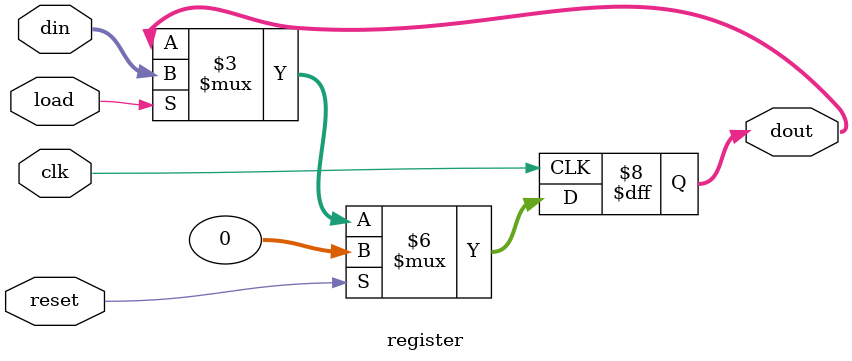
<source format=v>
/**
 * Register.
 *
 */

module register #(parameter WIDTH = 32,         // Bits of the register.
                  parameter INITIAL_VALUE = 0)  // Initial value of the register.
                 (input wire clk,               // Clock.
                  input wire reset,             // 1 -> register = 0.
                  input wire load,              // Overwrite data; 1 -> yes, 0 -> no.
                  input wire [WIDTH-1:0] din,   // Input.
                  output reg [WIDTH-1:0] dout); // Output.
    
    initial begin
        dout <= INITIAL_VALUE;
    end

    always @(posedge clk) begin
        if (reset) begin
            dout <= INITIAL_VALUE;
        end
        else if (load) begin
            dout <= din;
        end
    end
    
endmodule

</source>
